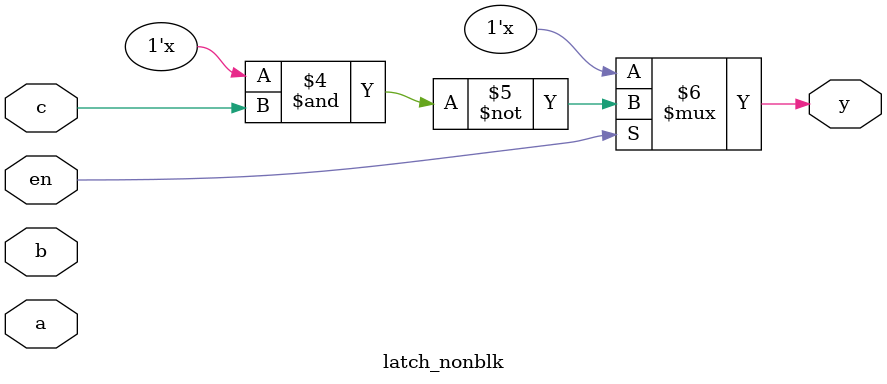
<source format=v>
module latch_nonblk(en, a, b, c, y);
    input  en, a, b, c;
    output y;
    reg    m, y;

    always @(en, a, b, c) begin
        if(en) begin
            m <= ~(a | b);
            y <= ~(m & c);
        end
    end
endmodule
</source>
